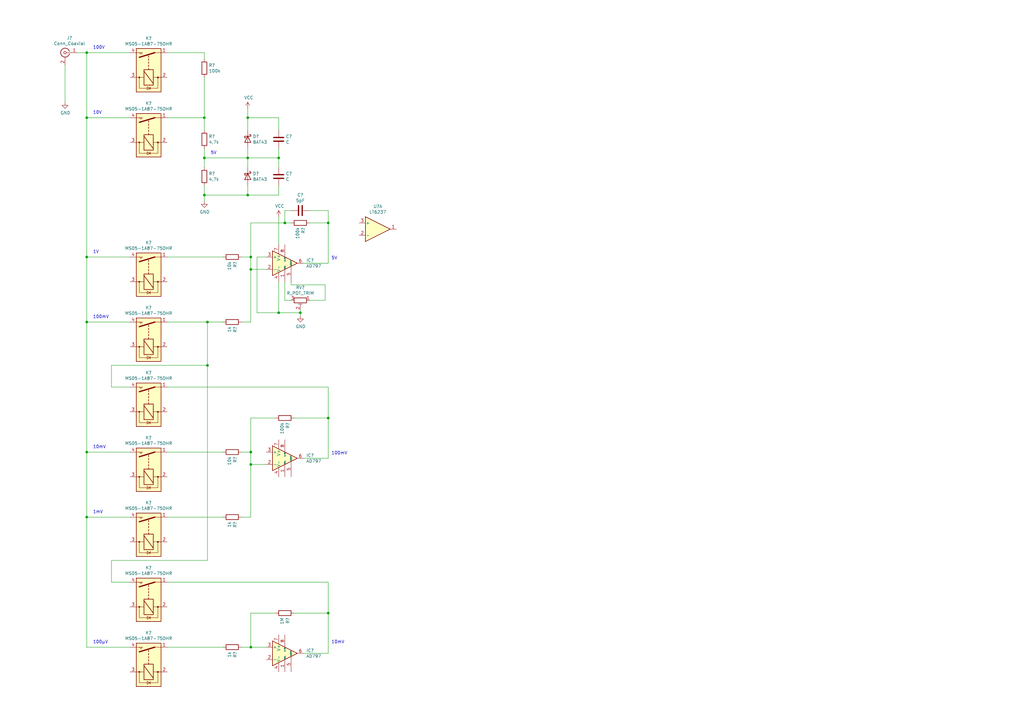
<source format=kicad_sch>
(kicad_sch (version 20211123) (generator eeschema)
  (paper "A3")
  (lib_symbols
    (symbol "Amplifier_Operational:AD797" (pin_names (offset 0.127))
      (property "Reference" "U" (at 1.27 6.35 0))
      (property "Value" "AD797" (at 1.27 3.81 0))
      (symbol "AD797_0_1"
        (polyline (pts (xy -5.08 5.08) (xy 5.08 0) (xy -5.08 -5.08) (xy -5.08 5.08)) (stroke (width 0.254)) (fill (type background)))
      )
      (symbol "AD797_1_1"
        (pin input line (at 0 -7.62 90) (length 5.08) (name "BAL") (number "1"))
        (pin input line (at -7.62 -2.54 0) (length 2.54) (name "-") (number "2"))
        (pin input line (at -7.62 2.54 0) (length 2.54) (name "+") (number "3"))
        (pin power_in line (at -2.54 -7.62 90) (length 3.81) (name "V-") (number "4"))
        (pin input line (at 2.54 -7.62 90) (length 6.35) (name "COMP") (number "5"))
        (pin output line (at 7.62 0 180) (length 2.54) (name "~") (number "6"))
        (pin power_in line (at -2.54 7.62 270) (length 3.81) (name "V+") (number "7"))
        (pin input line (at 0 7.62 270) (length 5.08) (name "C/B") (number "8"))
      )
    )
    (symbol "Amplifier_Operational:LT6237" (pin_names (offset 0.127))
      (property "Reference" "U" (at 0 5.08 0))
      (property "Value" "LT6237" (at 0 -5.08 0))
      (symbol "LT6237_1_1"
        (polyline (pts (xy -5.08 5.08) (xy 5.08 0) (xy -5.08 -5.08) (xy -5.08 5.08)) (stroke (width 0.254)) (fill (type background)))
        (pin output line (at 7.62 0 180) (length 2.54) (name "~") (number "1"))
        (pin input line (at -7.62 -2.54 0) (length 2.54) (name "-") (number "2"))
        (pin input line (at -7.62 2.54 0) (length 2.54) (name "+") (number "3"))
      )
      (symbol "LT6237_2_1"
        (polyline (pts (xy -5.08 5.08) (xy 5.08 0) (xy -5.08 -5.08) (xy -5.08 5.08)) (stroke (width 0.254)) (fill (type background)))
        (pin input line (at -7.62 2.54 0) (length 2.54) (name "+") (number "5"))
        (pin input line (at -7.62 -2.54 0) (length 2.54) (name "-") (number "6"))
        (pin output line (at 7.62 0 180) (length 2.54) (name "~") (number "7"))
      )
      (symbol "LT6237_3_1"
        (pin power_in line (at -2.54 -7.62 90) (length 3.81) (name "V-") (number "4"))
        (pin power_in line (at -2.54 7.62 270) (length 3.81) (name "V+") (number "8"))
      )
    )
    (symbol "Analog-rescue:MS05-1A87-75DHR-Relay"
      (property "Reference" "K" (at 7.62 3.81 0))
      (property "Value" "MS05-1A87-75DHR-Relay" (at 7.62 1.27 0))
      (symbol "MS05-1A87-75DHR-Relay_0_0"
        (polyline (pts (xy 5.08 5.08) (xy 5.08 2.54) (xy 4.445 3.175) (xy 5.08 3.81)))
      )
      (symbol "MS05-1A87-75DHR-Relay_0_1"
        (rectangle (start -11.049 5.08) (end 6.731 -5.08) (stroke (width 0.254)) (fill (type background)))
        (rectangle (start -8.255 1.905) (end -1.905 -1.905) (stroke (width 0.254)))
        (circle (center -5.08 -3.81) (radius 0.2794) (fill (type outline)))
        (circle (center -5.08 3.81) (radius 0.254) (fill (type outline)))
        (polyline (pts (xy -8.89 -0.635) (xy -10.16 -0.635)))
        (polyline (pts (xy -7.62 -1.905) (xy -2.54 1.905)) (stroke (width 0.254)))
        (polyline (pts (xy -5.08 -5.08) (xy -5.08 -1.905)))
        (polyline (pts (xy -5.08 5.08) (xy -5.08 1.905)))
        (polyline (pts (xy -1.905 0) (xy -1.27 0)) (stroke (width 0.254)))
        (polyline (pts (xy -0.635 0) (xy 0 0)) (stroke (width 0.254)))
        (polyline (pts (xy 0.635 0) (xy 1.27 0)) (stroke (width 0.254)))
        (polyline (pts (xy 1.905 0) (xy 2.54 0)) (stroke (width 0.254)))
        (polyline (pts (xy 3.175 0) (xy 3.81 0)) (stroke (width 0.254)))
        (polyline (pts (xy 5.08 -2.54) (xy 3.175 3.81)) (stroke (width 0.508)))
        (polyline (pts (xy 5.08 -2.54) (xy 5.08 -5.08)))
        (polyline (pts (xy -9.525 -0.635) (xy -10.16 0.635) (xy -8.89 0.635) (xy -9.525 -0.635)))
        (polyline (pts (xy -5.08 3.81) (xy -9.525 3.81) (xy -9.525 -3.81) (xy -5.08 -3.81)))
      )
      (symbol "MS05-1A87-75DHR-Relay_1_1"
        (pin passive line (at 5.08 -7.62 90) (length 2.54) (name "~") (number "1"))
        (pin passive line (at -5.08 -7.62 90) (length 2.54) (name "~") (number "2"))
        (pin passive line (at -5.08 7.62 270) (length 2.54) (name "~") (number "3"))
        (pin passive line (at 5.08 7.62 270) (length 2.54) (name "~") (number "4"))
      )
    )
    (symbol "Connector:Conn_Coaxial" (pin_names (offset 1.016) hide)
      (property "Reference" "J" (at 0.254 3.048 0))
      (property "Value" "Conn_Coaxial" (at 2.921 0 90))
      (symbol "Conn_Coaxial_0_1"
        (arc (start -1.778 -0.508) (mid 0.222 -1.808) (end 1.778 0) (stroke (width 0.254)))
        (polyline (pts (xy -2.54 0) (xy -0.508 0)))
        (polyline (pts (xy 0 -2.54) (xy 0 -1.778)))
        (circle (center 0 0) (radius 0.508) (stroke (width 0.2032)))
        (arc (start 1.778 0) (mid 0.2221 1.8083) (end -1.778 0.508) (stroke (width 0.254)))
      )
      (symbol "Conn_Coaxial_1_1"
        (pin passive line (at -5.08 0 0) (length 2.54) (name "In") (number "1"))
        (pin passive line (at 0 -5.08 90) (length 2.54) (name "Ext") (number "2"))
      )
    )
    (symbol "Device:C" (pin_numbers hide) (pin_names (offset 0.254))
      (property "Reference" "C" (at 0.635 2.54 0))
      (property "Value" "C" (at 0.635 -2.54 0))
      (symbol "C_0_1"
        (polyline (pts (xy -2.032 -0.762) (xy 2.032 -0.762)) (stroke (width 0.508)))
        (polyline (pts (xy -2.032 0.762) (xy 2.032 0.762)) (stroke (width 0.508)))
      )
      (symbol "C_1_1"
        (pin passive line (at 0 3.81 270) (length 2.794) (name "~") (number "1"))
        (pin passive line (at 0 -3.81 90) (length 2.794) (name "~") (number "2"))
      )
    )
    (symbol "Device:R" (pin_numbers hide) (pin_names (offset 0))
      (property "Reference" "R" (at 2.032 0 90))
      (property "Value" "R" (at 0 0 90))
      (symbol "R_0_1"
        (rectangle (start -1.016 -2.54) (end 1.016 2.54) (stroke (width 0.254)))
      )
      (symbol "R_1_1"
        (pin passive line (at 0 3.81 270) (length 1.27) (name "~") (number "1"))
        (pin passive line (at 0 -3.81 90) (length 1.27) (name "~") (number "2"))
      )
    )
    (symbol "Device:R_POT_TRIM" (pin_names (offset 1.016) hide)
      (property "Reference" "RV" (at -4.445 0 90))
      (property "Value" "Device_R_POT_TRIM" (at -2.54 0 90))
      (symbol "R_POT_TRIM_0_1"
        (polyline (pts (xy 1.524 0.762) (xy 1.524 -0.762)))
        (polyline (pts (xy 2.54 0) (xy 1.524 0)))
        (rectangle (start 1.016 2.54) (end -1.016 -2.54) (stroke (width 0.254)))
      )
      (symbol "R_POT_TRIM_1_1"
        (pin passive line (at 0 3.81 270) (length 1.27) (name "1") (number "1"))
        (pin passive line (at 3.81 0 180) (length 1.27) (name "2") (number "2"))
        (pin passive line (at 0 -3.81 90) (length 1.27) (name "3") (number "3"))
      )
    )
    (symbol "Diode:BAT43" (pin_numbers hide) (pin_names (offset 1.016) hide)
      (property "Reference" "D" (at 0 2.54 0))
      (property "Value" "BAT43" (at 0 -2.54 0))
      (symbol "BAT43_0_1"
        (polyline (pts (xy 1.27 0) (xy -1.27 0)))
        (polyline (pts (xy 1.27 1.27) (xy 1.27 -1.27) (xy -1.27 0) (xy 1.27 1.27)) (stroke (width 0.254)))
        (polyline (pts (xy -1.905 0.635) (xy -1.905 1.27) (xy -1.27 1.27) (xy -1.27 -1.27) (xy -0.635 -1.27) (xy -0.635 -0.635)) (stroke (width 0.254)))
      )
      (symbol "BAT43_1_1"
        (pin passive line (at -3.81 0 0) (length 2.54) (name "K") (number "1"))
        (pin passive line (at 3.81 0 180) (length 2.54) (name "A") (number "2"))
      )
    )
    (symbol "power:GND" (power) (pin_names (offset 0))
      (property "Value" "GND" (at 0 -3.81 0))
      (symbol "GND_0_1"
        (polyline (pts (xy 0 0) (xy 0 -1.27) (xy 1.27 -1.27) (xy 0 -2.54) (xy -1.27 -1.27) (xy 0 -1.27)))
      )
      (symbol "GND_1_1"
        (pin power_in line (at 0 0 270) (length 0) hide (name "GND") (number "1"))
      )
    )
    (symbol "power:VCC" (power) (pin_names (offset 0))
      (property "Value" "VCC" (at 0 3.81 0))
      (symbol "VCC_0_1"
        (polyline (pts (xy -0.762 1.27) (xy 0 2.54)))
        (polyline (pts (xy 0 0) (xy 0 2.54)))
        (polyline (pts (xy 0 2.54) (xy 0.762 1.27)))
      )
      (symbol "VCC_1_1"
        (pin power_in line (at 0 0 90) (length 0) hide (name "VCC") (number "1"))
      )
    )
  )
  (junction (at 83.82 80.01))
  (junction (at 35.56 105.41))
  (junction (at 134.62 251.46))
  (junction (at 85.09 149.86))
  (junction (at 101.6 48.26))
  (junction (at 35.56 132.08))
  (junction (at 134.62 171.45))
  (junction (at 134.62 91.44))
  (junction (at 102.87 185.42))
  (junction (at 114.3 128.27))
  (junction (at 102.87 265.43))
  (junction (at 85.09 132.08))
  (junction (at 35.56 48.26))
  (junction (at 102.87 110.49))
  (junction (at 101.6 64.77))
  (junction (at 83.82 48.26))
  (junction (at 116.84 91.44))
  (junction (at 123.19 128.27))
  (junction (at 35.56 21.59))
  (junction (at 83.82 64.77))
  (junction (at 35.56 212.09))
  (junction (at 101.6 80.01))
  (junction (at 102.87 190.5))
  (junction (at 35.56 185.42))
  (junction (at 114.3 64.77))
  (junction (at 102.87 105.41))
  (wire (pts (xy 101.6 60.96) (xy 101.6 64.77)))
  (wire (pts (xy 116.84 115.57) (xy 116.84 123.19)))
  (wire (pts (xy 113.03 251.46) (xy 102.87 251.46)))
  (wire (pts (xy 114.3 80.01) (xy 114.3 76.2)))
  (wire (pts (xy 101.6 48.26) (xy 114.3 48.26)))
  (wire (pts (xy 68.58 21.59) (xy 83.82 21.59)))
  (wire (pts (xy 102.87 171.45) (xy 102.87 185.42)))
  (wire (pts (xy 68.58 158.75) (xy 134.62 158.75)))
  (wire (pts (xy 85.09 229.87) (xy 45.72 229.87)))
  (wire (pts (xy 134.62 187.96) (xy 134.62 171.45)))
  (wire (pts (xy 83.82 68.58) (xy 83.82 64.77)))
  (wire (pts (xy 123.19 128.27) (xy 123.19 127)))
  (wire (pts (xy 35.56 21.59) (xy 53.34 21.59)))
  (wire (pts (xy 101.6 80.01) (xy 114.3 80.01)))
  (wire (pts (xy 102.87 251.46) (xy 102.87 265.43)))
  (wire (pts (xy 101.6 64.77) (xy 101.6 68.58)))
  (wire (pts (xy 119.38 116.84) (xy 119.38 115.57)))
  (wire (pts (xy 99.06 105.41) (xy 102.87 105.41)))
  (wire (pts (xy 101.6 64.77) (xy 83.82 64.77)))
  (wire (pts (xy 53.34 158.75) (xy 45.72 158.75)))
  (wire (pts (xy 123.19 128.27) (xy 123.19 129.54)))
  (wire (pts (xy 113.03 171.45) (xy 102.87 171.45)))
  (wire (pts (xy 53.34 105.41) (xy 35.56 105.41)))
  (wire (pts (xy 35.56 212.09) (xy 35.56 265.43)))
  (wire (pts (xy 53.34 132.08) (xy 35.56 132.08)))
  (wire (pts (xy 116.84 91.44) (xy 102.87 91.44)))
  (wire (pts (xy 124.46 267.97) (xy 134.62 267.97)))
  (wire (pts (xy 45.72 149.86) (xy 45.72 158.75)))
  (wire (pts (xy 45.72 229.87) (xy 45.72 238.76)))
  (wire (pts (xy 68.58 212.09) (xy 91.44 212.09)))
  (wire (pts (xy 53.34 185.42) (xy 35.56 185.42)))
  (wire (pts (xy 114.3 60.96) (xy 114.3 64.77)))
  (wire (pts (xy 101.6 76.2) (xy 101.6 80.01)))
  (wire (pts (xy 114.3 100.33) (xy 114.3 88.9)))
  (wire (pts (xy 101.6 44.45) (xy 101.6 48.26)))
  (wire (pts (xy 105.41 105.41) (xy 105.41 128.27)))
  (wire (pts (xy 102.87 105.41) (xy 102.87 110.49)))
  (wire (pts (xy 53.34 265.43) (xy 35.56 265.43)))
  (wire (pts (xy 83.82 48.26) (xy 83.82 53.34)))
  (wire (pts (xy 68.58 185.42) (xy 91.44 185.42)))
  (wire (pts (xy 83.82 21.59) (xy 83.82 24.13)))
  (wire (pts (xy 53.34 212.09) (xy 35.56 212.09)))
  (wire (pts (xy 85.09 132.08) (xy 85.09 149.86)))
  (wire (pts (xy 134.62 86.36) (xy 134.62 91.44)))
  (wire (pts (xy 124.46 187.96) (xy 134.62 187.96)))
  (wire (pts (xy 105.41 128.27) (xy 114.3 128.27)))
  (wire (pts (xy 83.82 80.01) (xy 83.82 82.55)))
  (wire (pts (xy 134.62 238.76) (xy 134.62 251.46)))
  (wire (pts (xy 85.09 229.87) (xy 85.09 149.86)))
  (wire (pts (xy 134.62 158.75) (xy 134.62 171.45)))
  (wire (pts (xy 124.46 107.95) (xy 134.62 107.95)))
  (wire (pts (xy 119.38 91.44) (xy 116.84 91.44)))
  (wire (pts (xy 83.82 76.2) (xy 83.82 80.01)))
  (wire (pts (xy 119.38 123.19) (xy 116.84 123.19)))
  (wire (pts (xy 102.87 132.08) (xy 99.06 132.08)))
  (wire (pts (xy 102.87 212.09) (xy 99.06 212.09)))
  (wire (pts (xy 102.87 190.5) (xy 109.22 190.5)))
  (wire (pts (xy 45.72 238.76) (xy 53.34 238.76)))
  (wire (pts (xy 134.62 91.44) (xy 127 91.44)))
  (wire (pts (xy 102.87 190.5) (xy 102.87 212.09)))
  (wire (pts (xy 91.44 105.41) (xy 68.58 105.41)))
  (wire (pts (xy 68.58 238.76) (xy 134.62 238.76)))
  (wire (pts (xy 83.82 80.01) (xy 101.6 80.01)))
  (wire (pts (xy 83.82 60.96) (xy 83.82 64.77)))
  (wire (pts (xy 53.34 48.26) (xy 35.56 48.26)))
  (wire (pts (xy 127 123.19) (xy 133.35 123.19)))
  (wire (pts (xy 109.22 105.41) (xy 105.41 105.41)))
  (wire (pts (xy 31.75 21.59) (xy 35.56 21.59)))
  (wire (pts (xy 102.87 110.49) (xy 102.87 132.08)))
  (wire (pts (xy 101.6 48.26) (xy 101.6 53.34)))
  (wire (pts (xy 85.09 132.08) (xy 91.44 132.08)))
  (wire (pts (xy 134.62 267.97) (xy 134.62 251.46)))
  (wire (pts (xy 101.6 64.77) (xy 114.3 64.77)))
  (wire (pts (xy 114.3 115.57) (xy 114.3 128.27)))
  (wire (pts (xy 99.06 265.43) (xy 102.87 265.43)))
  (wire (pts (xy 127 86.36) (xy 134.62 86.36)))
  (wire (pts (xy 134.62 171.45) (xy 120.65 171.45)))
  (wire (pts (xy 116.84 86.36) (xy 119.38 86.36)))
  (wire (pts (xy 134.62 251.46) (xy 120.65 251.46)))
  (wire (pts (xy 109.22 110.49) (xy 102.87 110.49)))
  (wire (pts (xy 133.35 116.84) (xy 119.38 116.84)))
  (wire (pts (xy 116.84 91.44) (xy 116.84 86.36)))
  (wire (pts (xy 35.56 105.41) (xy 35.56 132.08)))
  (wire (pts (xy 133.35 123.19) (xy 133.35 116.84)))
  (wire (pts (xy 114.3 128.27) (xy 123.19 128.27)))
  (wire (pts (xy 26.67 26.67) (xy 26.67 41.91)))
  (wire (pts (xy 35.56 185.42) (xy 35.56 132.08)))
  (wire (pts (xy 35.56 212.09) (xy 35.56 185.42)))
  (wire (pts (xy 102.87 265.43) (xy 109.22 265.43)))
  (wire (pts (xy 83.82 31.75) (xy 83.82 48.26)))
  (wire (pts (xy 35.56 48.26) (xy 35.56 21.59)))
  (wire (pts (xy 35.56 48.26) (xy 35.56 105.41)))
  (wire (pts (xy 85.09 149.86) (xy 45.72 149.86)))
  (wire (pts (xy 102.87 185.42) (xy 102.87 190.5)))
  (wire (pts (xy 102.87 91.44) (xy 102.87 105.41)))
  (wire (pts (xy 68.58 132.08) (xy 85.09 132.08)))
  (wire (pts (xy 114.3 48.26) (xy 114.3 53.34)))
  (wire (pts (xy 91.44 265.43) (xy 68.58 265.43)))
  (wire (pts (xy 99.06 185.42) (xy 102.87 185.42)))
  (wire (pts (xy 114.3 64.77) (xy 114.3 68.58)))
  (wire (pts (xy 134.62 107.95) (xy 134.62 91.44)))
  (wire (pts (xy 68.58 48.26) (xy 83.82 48.26)))
  (text "10mV" (at 135.89 264.16 0) (effects (font (size 1.27 1.27)) (justify left bottom)))
  (text "100mV" (at 135.89 186.69 0) (effects (font (size 1.27 1.27)) (justify left bottom)))
  (text "5V" (at 86.36 63.5 0) (effects (font (size 1.27 1.27)) (justify left bottom)))
  (text "100µV" (at 38.1 264.16 0) (effects (font (size 1.27 1.27)) (justify left bottom)))
  (text "100V" (at 38.1 20.32 0) (effects (font (size 1.27 1.27)) (justify left bottom)))
  (text "10mV" (at 38.1 184.15 0) (effects (font (size 1.27 1.27)) (justify left bottom)))
  (text "100mV" (at 38.1 130.81 0) (effects (font (size 1.27 1.27)) (justify left bottom)))
  (text "5V" (at 135.89 106.68 0) (effects (font (size 1.27 1.27)) (justify left bottom)))
  (text "1mV" (at 38.1 210.82 0) (effects (font (size 1.27 1.27)) (justify left bottom)))
  (text "10V" (at 38.1 46.99 0) (effects (font (size 1.27 1.27)) (justify left bottom)))
  (text "1V" (at 38.1 104.14 0) (effects (font (size 1.27 1.27)) (justify left bottom)))
  (symbol (lib_id "Connector:Conn_Coaxial") (at 26.67 21.59 0) (mirror y) (unit 1)
    (property "Reference" "J?" (at 28.4988 15.5448 0))
    (property "Value" "Conn_Coaxial" (at 28.4988 17.8562 0))
    (property "Footprint" "Connector_Coaxial:BNC_Amphenol_B6252HB-NPP3G-50_Horizontal" (effects hide))
    (property "Datasheet" " ~" (effects hide))
  )
  (symbol (lib_id "Device:R") (at 95.25 132.08 90) (unit 1)
    (property "Reference" "R?" (at 96.4184 133.858 0) (effects (justify right)))
    (property "Value" "1k" (at 94.107 133.858 0) (effects (justify right)))
  )
  (symbol (lib_id "Analog-rescue:MS05-1A87-75DHR-Relay") (at 60.96 110.49 90) (unit 1)
    (property "Reference" "K?" (at 60.96 99.5172 90))
    (property "Value" "MS05-1A87-75DHR" (at 60.96 101.8286 90))
    (property "Footprint" "Relay_THT:Relay_StandexMeder_UMS" (effects hide))
  )
  (symbol (lib_id "Analog-rescue:MS05-1A87-75DHR-Relay") (at 60.96 137.16 90) (unit 1)
    (property "Reference" "K?" (at 60.96 126.1872 90))
    (property "Value" "MS05-1A87-75DHR" (at 60.96 128.4986 90))
    (property "Footprint" "Relay_THT:Relay_StandexMeder_UMS" (effects hide))
  )
  (symbol (lib_id "Analog-rescue:MS05-1A87-75DHR-Relay") (at 60.96 190.5 90) (unit 1)
    (property "Reference" "K?" (at 60.96 179.5272 90))
    (property "Value" "MS05-1A87-75DHR" (at 60.96 181.8386 90))
    (property "Footprint" "Relay_THT:Relay_StandexMeder_UMS" (effects hide))
  )
  (symbol (lib_id "Analog-rescue:MS05-1A87-75DHR-Relay") (at 60.96 217.17 90) (unit 1)
    (property "Reference" "K?" (at 60.96 206.1972 90))
    (property "Value" "MS05-1A87-75DHR" (at 60.96 208.5086 90))
    (property "Footprint" "Relay_THT:Relay_StandexMeder_UMS" (effects hide))
  )
  (symbol (lib_id "Analog-rescue:MS05-1A87-75DHR-Relay") (at 60.96 243.84 90) (unit 1)
    (property "Reference" "K?" (at 60.96 232.8672 90))
    (property "Value" "MS05-1A87-75DHR" (at 60.96 235.1786 90))
    (property "Footprint" "Relay_THT:Relay_StandexMeder_UMS" (effects hide))
  )
  (symbol (lib_id "Analog-rescue:MS05-1A87-75DHR-Relay") (at 60.96 53.34 90) (unit 1)
    (property "Reference" "K?" (at 60.96 42.3672 90))
    (property "Value" "MS05-1A87-75DHR" (at 60.96 44.6786 90))
    (property "Footprint" "Relay_THT:Relay_StandexMeder_UMS" (effects hide))
  )
  (symbol (lib_id "Analog-rescue:MS05-1A87-75DHR-Relay") (at 60.96 26.67 90) (unit 1)
    (property "Reference" "K?" (at 60.96 15.6972 90))
    (property "Value" "MS05-1A87-75DHR" (at 60.96 18.0086 90))
    (property "Footprint" "Relay_THT:Relay_StandexMeder_UMS" (effects hide))
  )
  (symbol (lib_id "Amplifier_Operational:AD797") (at 116.84 107.95 0) (unit 1)
    (property "Reference" "IC?" (at 125.5776 106.7816 0) (effects (justify left)))
    (property "Value" "AD797" (at 125.5776 109.093 0) (effects (justify left)))
    (property "Datasheet" "https://www.analog.com/media/en/technical-documentation/data-sheets/AD797.pdf" (effects hide))
  )
  (symbol (lib_id "power:GND") (at 83.82 82.55 0) (unit 1)
    (property "Reference" "#PWR?" (effects hide))
    (property "Value" "GND" (at 83.947 86.9442 0))
  )
  (symbol (lib_id "Device:R") (at 83.82 27.94 0) (unit 1)
    (property "Reference" "R?" (at 85.598 26.7716 0) (effects (justify left)))
    (property "Value" "100k" (at 85.598 29.083 0) (effects (justify left)))
  )
  (symbol (lib_id "Diode:BAT43") (at 101.6 57.15 270) (unit 1)
    (property "Reference" "D?" (at 103.632 55.9816 90) (effects (justify left)))
    (property "Value" "BAT43" (at 103.632 58.293 90) (effects (justify left)))
    (property "Footprint" "Diode_THT:D_DO-35_SOD27_P7.62mm_Horizontal" (effects hide))
    (property "Datasheet" "http://www.vishay.com/docs/85660/bat42.pdf" (effects hide))
  )
  (symbol (lib_id "Device:C") (at 114.3 57.15 0) (unit 1)
    (property "Reference" "C?" (at 117.221 55.9816 0) (effects (justify left)))
    (property "Value" "C" (at 117.221 58.293 0) (effects (justify left)))
  )
  (symbol (lib_id "Device:C") (at 114.3 72.39 0) (unit 1)
    (property "Reference" "C?" (at 117.221 71.2216 0) (effects (justify left)))
    (property "Value" "C" (at 117.221 73.533 0) (effects (justify left)))
  )
  (symbol (lib_id "Diode:BAT43") (at 101.6 72.39 270) (unit 1)
    (property "Reference" "D?" (at 103.632 71.2216 90) (effects (justify left)))
    (property "Value" "BAT43" (at 103.632 73.533 90) (effects (justify left)))
    (property "Footprint" "Diode_THT:D_DO-35_SOD27_P7.62mm_Horizontal" (effects hide))
    (property "Datasheet" "http://www.vishay.com/docs/85660/bat42.pdf" (effects hide))
  )
  (symbol (lib_id "Device:R") (at 83.82 72.39 0) (unit 1)
    (property "Reference" "R?" (at 85.598 71.2216 0) (effects (justify left)))
    (property "Value" "4,7k" (at 85.598 73.533 0) (effects (justify left)))
  )
  (symbol (lib_id "Device:R") (at 83.82 57.15 0) (unit 1)
    (property "Reference" "R?" (at 85.598 55.9816 0) (effects (justify left)))
    (property "Value" "4,7k" (at 85.598 58.293 0) (effects (justify left)))
  )
  (symbol (lib_id "power:GND") (at 26.67 41.91 0) (unit 1)
    (property "Reference" "#PWR?" (effects hide))
    (property "Value" "GND" (at 26.797 46.3042 0))
  )
  (symbol (lib_id "Device:R") (at 123.19 91.44 270) (unit 1)
    (property "Reference" "R?" (at 124.3584 93.218 0) (effects (justify left)))
    (property "Value" "100k" (at 122.047 93.218 0) (effects (justify left)))
  )
  (symbol (lib_id "Device:R") (at 95.25 105.41 270) (unit 1)
    (property "Reference" "R?" (at 96.4184 107.188 0) (effects (justify left)))
    (property "Value" "10k" (at 94.107 107.188 0) (effects (justify left)))
  )
  (symbol (lib_id "Device:R") (at 95.25 212.09 90) (unit 1)
    (property "Reference" "R?" (at 96.4184 213.868 0) (effects (justify right)))
    (property "Value" "1k" (at 94.107 213.868 0) (effects (justify right)))
  )
  (symbol (lib_id "Amplifier_Operational:AD797") (at 116.84 187.96 0) (unit 1)
    (property "Reference" "IC?" (at 125.5776 186.7916 0) (effects (justify left)))
    (property "Value" "AD797" (at 125.5776 189.103 0) (effects (justify left)))
    (property "Datasheet" "https://www.analog.com/media/en/technical-documentation/data-sheets/AD797.pdf" (effects hide))
  )
  (symbol (lib_id "Device:R") (at 116.84 171.45 270) (unit 1)
    (property "Reference" "R?" (at 118.0084 173.228 0) (effects (justify left)))
    (property "Value" "100k" (at 115.697 173.228 0) (effects (justify left)))
  )
  (symbol (lib_id "Device:R") (at 95.25 185.42 270) (unit 1)
    (property "Reference" "R?" (at 96.4184 187.198 0) (effects (justify left)))
    (property "Value" "10k" (at 94.107 187.198 0) (effects (justify left)))
  )
  (symbol (lib_id "Analog-rescue:MS05-1A87-75DHR-Relay") (at 60.96 163.83 90) (unit 1)
    (property "Reference" "K?" (at 60.96 152.8572 90))
    (property "Value" "MS05-1A87-75DHR" (at 60.96 155.1686 90))
    (property "Footprint" "Relay_THT:Relay_StandexMeder_UMS" (effects hide))
  )
  (symbol (lib_id "Analog-rescue:MS05-1A87-75DHR-Relay") (at 60.96 270.51 90) (unit 1)
    (property "Reference" "K?" (at 60.96 259.5372 90))
    (property "Value" "MS05-1A87-75DHR" (at 60.96 261.8486 90))
    (property "Footprint" "Relay_THT:Relay_StandexMeder_UMS" (effects hide))
  )
  (symbol (lib_id "Device:R") (at 116.84 251.46 270) (unit 1)
    (property "Reference" "R?" (at 118.0084 253.238 0) (effects (justify left)))
    (property "Value" "1M" (at 115.697 253.238 0) (effects (justify left)))
  )
  (symbol (lib_id "Amplifier_Operational:AD797") (at 116.84 267.97 0) (unit 1)
    (property "Reference" "IC?" (at 125.5776 266.8016 0) (effects (justify left)))
    (property "Value" "AD797" (at 125.5776 269.113 0) (effects (justify left)))
    (property "Datasheet" "https://www.analog.com/media/en/technical-documentation/data-sheets/AD797.pdf" (effects hide))
  )
  (symbol (lib_id "Device:R") (at 95.25 265.43 270) (unit 1)
    (property "Reference" "R?" (at 96.4184 267.208 0) (effects (justify left)))
    (property "Value" "1k" (at 94.107 267.208 0) (effects (justify left)))
  )
  (symbol (lib_id "Device:R_POT_TRIM") (at 123.19 123.19 270) (unit 1)
    (property "Reference" "RV?" (at 123.19 117.9322 90))
    (property "Value" "R_POT_TRIM" (at 123.19 120.2436 90))
  )
  (symbol (lib_id "power:GND") (at 123.19 129.54 0) (unit 1)
    (property "Reference" "#PWR?" (effects hide))
    (property "Value" "GND" (at 123.317 133.9342 0))
  )
  (symbol (lib_id "power:VCC") (at 101.6 44.45 0) (unit 1)
    (property "Reference" "#PWR?" (effects hide))
    (property "Value" "VCC" (at 101.981 40.0558 0))
  )
  (symbol (lib_id "power:VCC") (at 114.3 88.9 0) (unit 1)
    (property "Reference" "#PWR?" (effects hide))
    (property "Value" "VCC" (at 114.681 84.5058 0))
  )
  (symbol (lib_id "Device:C") (at 123.19 86.36 270) (unit 1)
    (property "Reference" "C?" (at 123.19 79.9592 90))
    (property "Value" "5pF" (at 123.19 82.2706 90))
  )
  (symbol (lib_id "Amplifier_Operational:LT6237") (at 154.94 93.98 0) (unit 1)
    (property "Reference" "U?" (at 154.94 84.6582 0))
    (property "Value" "LT6237" (at 154.94 86.9696 0))
    (property "Datasheet" "https://www.analog.com/media/en/technical-documentation/data-sheets/623637fb.pdf" (effects hide))
  )
)
</source>
